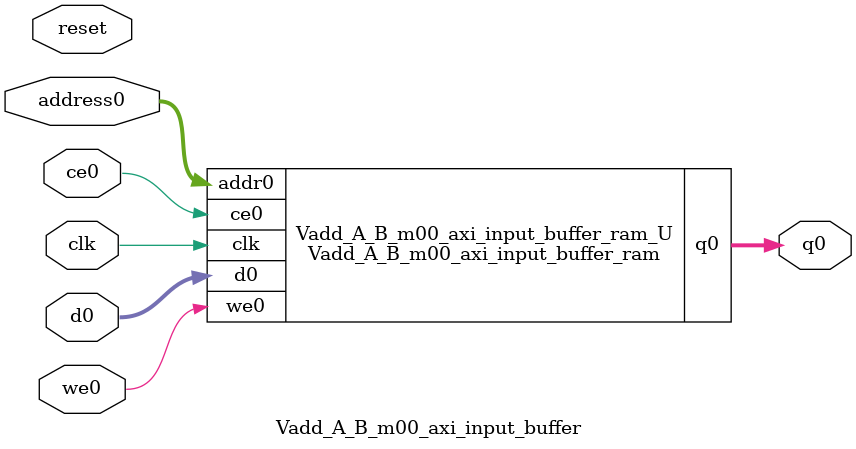
<source format=v>
`timescale 1 ns / 1 ps
module Vadd_A_B_m00_axi_input_buffer_ram (addr0, ce0, d0, we0, q0,  clk);

parameter DWIDTH = 32;
parameter AWIDTH = 13;
parameter MEM_SIZE = 8192;

input[AWIDTH-1:0] addr0;
input ce0;
input[DWIDTH-1:0] d0;
input we0;
output reg[DWIDTH-1:0] q0;
input clk;

(* ram_style = "block" *)reg [DWIDTH-1:0] ram[0:MEM_SIZE-1];




always @(posedge clk)  
begin 
    if (ce0) begin
        if (we0) 
            ram[addr0] <= d0; 
        q0 <= ram[addr0];
    end
end


endmodule

`timescale 1 ns / 1 ps
module Vadd_A_B_m00_axi_input_buffer(
    reset,
    clk,
    address0,
    ce0,
    we0,
    d0,
    q0);

parameter DataWidth = 32'd32;
parameter AddressRange = 32'd8192;
parameter AddressWidth = 32'd13;
input reset;
input clk;
input[AddressWidth - 1:0] address0;
input ce0;
input we0;
input[DataWidth - 1:0] d0;
output[DataWidth - 1:0] q0;



Vadd_A_B_m00_axi_input_buffer_ram Vadd_A_B_m00_axi_input_buffer_ram_U(
    .clk( clk ),
    .addr0( address0 ),
    .ce0( ce0 ),
    .we0( we0 ),
    .d0( d0 ),
    .q0( q0 ));

endmodule


</source>
